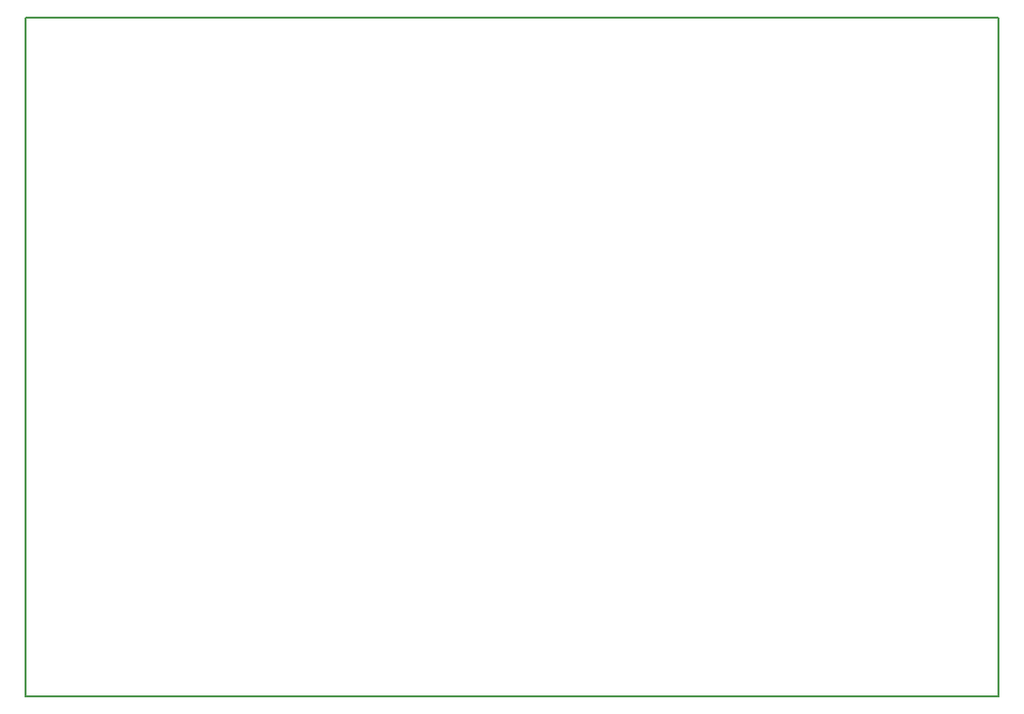
<source format=gbr>
%TF.GenerationSoftware,KiCad,Pcbnew,(7.0.0)*%
%TF.CreationDate,2023-04-20T12:18:01-06:00*%
%TF.ProjectId,Phase_B_PCB_Prototype,50686173-655f-4425-9f50-43425f50726f,rev?*%
%TF.SameCoordinates,Original*%
%TF.FileFunction,Profile,NP*%
%FSLAX46Y46*%
G04 Gerber Fmt 4.6, Leading zero omitted, Abs format (unit mm)*
G04 Created by KiCad (PCBNEW (7.0.0)) date 2023-04-20 12:18:01*
%MOMM*%
%LPD*%
G01*
G04 APERTURE LIST*
%TA.AperFunction,Profile*%
%ADD10C,0.150000*%
%TD*%
G04 APERTURE END LIST*
D10*
X70866000Y-61341000D02*
X154813000Y-61341000D01*
X154813000Y-61341000D02*
X154813000Y-119888000D01*
X154813000Y-119888000D02*
X70866000Y-119888000D01*
X70866000Y-119888000D02*
X70866000Y-61341000D01*
M02*

</source>
